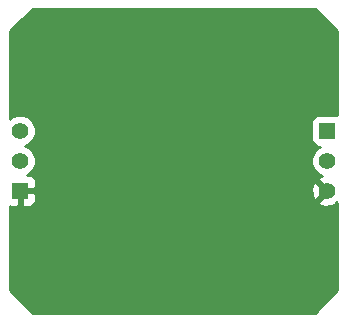
<source format=gbl>
G04 (created by PCBNEW (2013-07-07 BZR 4022)-stable) date 2014-02-06 11:32:22 PM*
%MOIN*%
G04 Gerber Fmt 3.4, Leading zero omitted, Abs format*
%FSLAX34Y34*%
G01*
G70*
G90*
G04 APERTURE LIST*
%ADD10C,0.00590551*%
%ADD11R,0.055X0.055*%
%ADD12C,0.055*%
%ADD13C,0.035*%
%ADD14C,0.01*%
G04 APERTURE END LIST*
G54D10*
G54D11*
X10629Y-16354D03*
G54D12*
X10629Y-15354D03*
X10629Y-14354D03*
G54D11*
X20866Y-14354D03*
G54D12*
X20866Y-15354D03*
X20866Y-16354D03*
G54D13*
X17913Y-13188D03*
X13385Y-19440D03*
G54D10*
G36*
X21209Y-19664D02*
X21163Y-19710D01*
X20451Y-20422D01*
X11154Y-20422D01*
X11154Y-16678D01*
X11154Y-16466D01*
X11092Y-16404D01*
X10679Y-16404D01*
X10679Y-16816D01*
X10742Y-16879D01*
X10855Y-16879D01*
X10954Y-16879D01*
X11046Y-16841D01*
X11116Y-16770D01*
X11154Y-16678D01*
X11154Y-20422D01*
X11044Y-20422D01*
X10286Y-19664D01*
X10286Y-16871D01*
X10304Y-16879D01*
X10404Y-16879D01*
X10517Y-16879D01*
X10579Y-16816D01*
X10579Y-16404D01*
X10572Y-16404D01*
X10572Y-16304D01*
X10579Y-16304D01*
X10579Y-16296D01*
X10679Y-16296D01*
X10679Y-16304D01*
X11092Y-16304D01*
X11154Y-16241D01*
X11154Y-16029D01*
X11116Y-15937D01*
X11046Y-15867D01*
X10954Y-15829D01*
X10855Y-15829D01*
X10855Y-15829D01*
X10926Y-15799D01*
X11074Y-15652D01*
X11154Y-15459D01*
X11155Y-15250D01*
X11075Y-15057D01*
X10927Y-14909D01*
X10794Y-14854D01*
X10926Y-14799D01*
X11074Y-14652D01*
X11154Y-14459D01*
X11155Y-14250D01*
X11075Y-14057D01*
X10927Y-13909D01*
X10734Y-13829D01*
X10525Y-13829D01*
X10332Y-13908D01*
X10286Y-13955D01*
X10286Y-11044D01*
X10665Y-10665D01*
X11044Y-10286D01*
X20451Y-10286D01*
X21209Y-11044D01*
X21209Y-13837D01*
X21191Y-13829D01*
X21091Y-13829D01*
X20541Y-13829D01*
X20449Y-13867D01*
X20379Y-13937D01*
X20341Y-14029D01*
X20341Y-14128D01*
X20341Y-14678D01*
X20379Y-14770D01*
X20449Y-14841D01*
X20541Y-14879D01*
X20640Y-14879D01*
X20640Y-14879D01*
X20569Y-14908D01*
X20421Y-15056D01*
X20341Y-15249D01*
X20341Y-15458D01*
X20420Y-15651D01*
X20568Y-15799D01*
X20694Y-15851D01*
X20593Y-15893D01*
X20569Y-15986D01*
X20866Y-16283D01*
X20871Y-16278D01*
X20942Y-16348D01*
X20936Y-16354D01*
X20942Y-16359D01*
X20871Y-16430D01*
X20866Y-16425D01*
X20795Y-16495D01*
X20795Y-16354D01*
X20498Y-16057D01*
X20405Y-16081D01*
X20336Y-16278D01*
X20347Y-16487D01*
X20405Y-16627D01*
X20498Y-16651D01*
X20795Y-16354D01*
X20795Y-16495D01*
X20569Y-16722D01*
X20593Y-16814D01*
X20790Y-16884D01*
X20998Y-16872D01*
X21138Y-16814D01*
X21163Y-16722D01*
X21163Y-16722D01*
X21208Y-16767D01*
X21209Y-16766D01*
X21209Y-19664D01*
X21209Y-19664D01*
G37*
G54D14*
X21209Y-19664D02*
X21163Y-19710D01*
X20451Y-20422D01*
X11154Y-20422D01*
X11154Y-16678D01*
X11154Y-16466D01*
X11092Y-16404D01*
X10679Y-16404D01*
X10679Y-16816D01*
X10742Y-16879D01*
X10855Y-16879D01*
X10954Y-16879D01*
X11046Y-16841D01*
X11116Y-16770D01*
X11154Y-16678D01*
X11154Y-20422D01*
X11044Y-20422D01*
X10286Y-19664D01*
X10286Y-16871D01*
X10304Y-16879D01*
X10404Y-16879D01*
X10517Y-16879D01*
X10579Y-16816D01*
X10579Y-16404D01*
X10572Y-16404D01*
X10572Y-16304D01*
X10579Y-16304D01*
X10579Y-16296D01*
X10679Y-16296D01*
X10679Y-16304D01*
X11092Y-16304D01*
X11154Y-16241D01*
X11154Y-16029D01*
X11116Y-15937D01*
X11046Y-15867D01*
X10954Y-15829D01*
X10855Y-15829D01*
X10855Y-15829D01*
X10926Y-15799D01*
X11074Y-15652D01*
X11154Y-15459D01*
X11155Y-15250D01*
X11075Y-15057D01*
X10927Y-14909D01*
X10794Y-14854D01*
X10926Y-14799D01*
X11074Y-14652D01*
X11154Y-14459D01*
X11155Y-14250D01*
X11075Y-14057D01*
X10927Y-13909D01*
X10734Y-13829D01*
X10525Y-13829D01*
X10332Y-13908D01*
X10286Y-13955D01*
X10286Y-11044D01*
X10665Y-10665D01*
X11044Y-10286D01*
X20451Y-10286D01*
X21209Y-11044D01*
X21209Y-13837D01*
X21191Y-13829D01*
X21091Y-13829D01*
X20541Y-13829D01*
X20449Y-13867D01*
X20379Y-13937D01*
X20341Y-14029D01*
X20341Y-14128D01*
X20341Y-14678D01*
X20379Y-14770D01*
X20449Y-14841D01*
X20541Y-14879D01*
X20640Y-14879D01*
X20640Y-14879D01*
X20569Y-14908D01*
X20421Y-15056D01*
X20341Y-15249D01*
X20341Y-15458D01*
X20420Y-15651D01*
X20568Y-15799D01*
X20694Y-15851D01*
X20593Y-15893D01*
X20569Y-15986D01*
X20866Y-16283D01*
X20871Y-16278D01*
X20942Y-16348D01*
X20936Y-16354D01*
X20942Y-16359D01*
X20871Y-16430D01*
X20866Y-16425D01*
X20795Y-16495D01*
X20795Y-16354D01*
X20498Y-16057D01*
X20405Y-16081D01*
X20336Y-16278D01*
X20347Y-16487D01*
X20405Y-16627D01*
X20498Y-16651D01*
X20795Y-16354D01*
X20795Y-16495D01*
X20569Y-16722D01*
X20593Y-16814D01*
X20790Y-16884D01*
X20998Y-16872D01*
X21138Y-16814D01*
X21163Y-16722D01*
X21163Y-16722D01*
X21208Y-16767D01*
X21209Y-16766D01*
X21209Y-19664D01*
M02*

</source>
